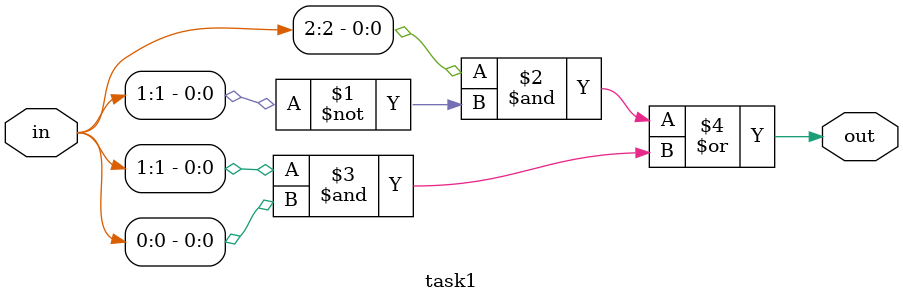
<source format=v>
module task1(input [2:0] in, output out);
  assign out=(in[2]&~in[1])|(in[1]&in[0]);
endmodule  

</source>
